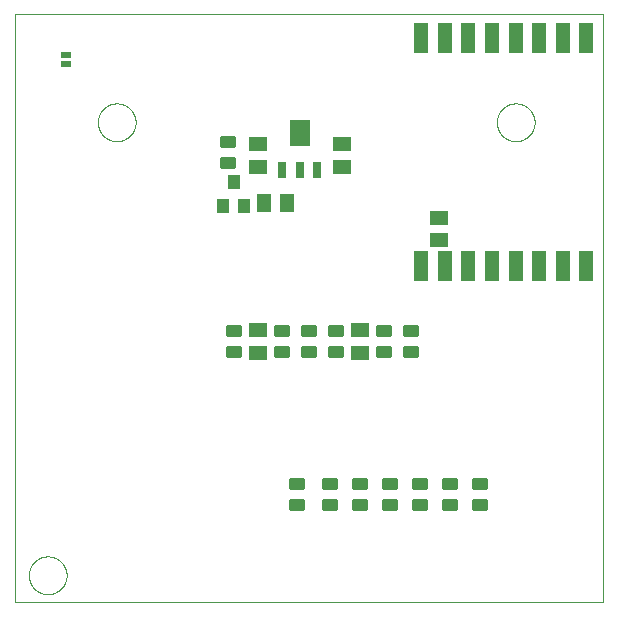
<source format=gtp>
G75*
%MOIN*%
%OFA0B0*%
%FSLAX25Y25*%
%IPPOS*%
%LPD*%
%AMOC8*
5,1,8,0,0,1.08239X$1,22.5*
%
%ADD10C,0.00000*%
%ADD11C,0.01000*%
%ADD12R,0.05906X0.05118*%
%ADD13R,0.05000X0.10000*%
%ADD14R,0.03500X0.02400*%
%ADD15R,0.03150X0.05512*%
%ADD16R,0.07087X0.08661*%
%ADD17R,0.04000X0.04500*%
%ADD18R,0.05118X0.05906*%
D10*
X0001500Y0003000D02*
X0197500Y0003000D01*
X0197500Y0199000D01*
X0001500Y0199000D01*
X0001500Y0003000D01*
X0006201Y0012000D02*
X0006203Y0012158D01*
X0006209Y0012316D01*
X0006219Y0012474D01*
X0006233Y0012632D01*
X0006251Y0012789D01*
X0006272Y0012946D01*
X0006298Y0013102D01*
X0006328Y0013258D01*
X0006361Y0013413D01*
X0006399Y0013566D01*
X0006440Y0013719D01*
X0006485Y0013871D01*
X0006534Y0014022D01*
X0006587Y0014171D01*
X0006643Y0014319D01*
X0006703Y0014465D01*
X0006767Y0014610D01*
X0006835Y0014753D01*
X0006906Y0014895D01*
X0006980Y0015035D01*
X0007058Y0015172D01*
X0007140Y0015308D01*
X0007224Y0015442D01*
X0007313Y0015573D01*
X0007404Y0015702D01*
X0007499Y0015829D01*
X0007596Y0015954D01*
X0007697Y0016076D01*
X0007801Y0016195D01*
X0007908Y0016312D01*
X0008018Y0016426D01*
X0008131Y0016537D01*
X0008246Y0016646D01*
X0008364Y0016751D01*
X0008485Y0016853D01*
X0008608Y0016953D01*
X0008734Y0017049D01*
X0008862Y0017142D01*
X0008992Y0017232D01*
X0009125Y0017318D01*
X0009260Y0017402D01*
X0009396Y0017481D01*
X0009535Y0017558D01*
X0009676Y0017630D01*
X0009818Y0017700D01*
X0009962Y0017765D01*
X0010108Y0017827D01*
X0010255Y0017885D01*
X0010404Y0017940D01*
X0010554Y0017991D01*
X0010705Y0018038D01*
X0010857Y0018081D01*
X0011010Y0018120D01*
X0011165Y0018156D01*
X0011320Y0018187D01*
X0011476Y0018215D01*
X0011632Y0018239D01*
X0011789Y0018259D01*
X0011947Y0018275D01*
X0012104Y0018287D01*
X0012263Y0018295D01*
X0012421Y0018299D01*
X0012579Y0018299D01*
X0012737Y0018295D01*
X0012896Y0018287D01*
X0013053Y0018275D01*
X0013211Y0018259D01*
X0013368Y0018239D01*
X0013524Y0018215D01*
X0013680Y0018187D01*
X0013835Y0018156D01*
X0013990Y0018120D01*
X0014143Y0018081D01*
X0014295Y0018038D01*
X0014446Y0017991D01*
X0014596Y0017940D01*
X0014745Y0017885D01*
X0014892Y0017827D01*
X0015038Y0017765D01*
X0015182Y0017700D01*
X0015324Y0017630D01*
X0015465Y0017558D01*
X0015604Y0017481D01*
X0015740Y0017402D01*
X0015875Y0017318D01*
X0016008Y0017232D01*
X0016138Y0017142D01*
X0016266Y0017049D01*
X0016392Y0016953D01*
X0016515Y0016853D01*
X0016636Y0016751D01*
X0016754Y0016646D01*
X0016869Y0016537D01*
X0016982Y0016426D01*
X0017092Y0016312D01*
X0017199Y0016195D01*
X0017303Y0016076D01*
X0017404Y0015954D01*
X0017501Y0015829D01*
X0017596Y0015702D01*
X0017687Y0015573D01*
X0017776Y0015442D01*
X0017860Y0015308D01*
X0017942Y0015172D01*
X0018020Y0015035D01*
X0018094Y0014895D01*
X0018165Y0014753D01*
X0018233Y0014610D01*
X0018297Y0014465D01*
X0018357Y0014319D01*
X0018413Y0014171D01*
X0018466Y0014022D01*
X0018515Y0013871D01*
X0018560Y0013719D01*
X0018601Y0013566D01*
X0018639Y0013413D01*
X0018672Y0013258D01*
X0018702Y0013102D01*
X0018728Y0012946D01*
X0018749Y0012789D01*
X0018767Y0012632D01*
X0018781Y0012474D01*
X0018791Y0012316D01*
X0018797Y0012158D01*
X0018799Y0012000D01*
X0018797Y0011842D01*
X0018791Y0011684D01*
X0018781Y0011526D01*
X0018767Y0011368D01*
X0018749Y0011211D01*
X0018728Y0011054D01*
X0018702Y0010898D01*
X0018672Y0010742D01*
X0018639Y0010587D01*
X0018601Y0010434D01*
X0018560Y0010281D01*
X0018515Y0010129D01*
X0018466Y0009978D01*
X0018413Y0009829D01*
X0018357Y0009681D01*
X0018297Y0009535D01*
X0018233Y0009390D01*
X0018165Y0009247D01*
X0018094Y0009105D01*
X0018020Y0008965D01*
X0017942Y0008828D01*
X0017860Y0008692D01*
X0017776Y0008558D01*
X0017687Y0008427D01*
X0017596Y0008298D01*
X0017501Y0008171D01*
X0017404Y0008046D01*
X0017303Y0007924D01*
X0017199Y0007805D01*
X0017092Y0007688D01*
X0016982Y0007574D01*
X0016869Y0007463D01*
X0016754Y0007354D01*
X0016636Y0007249D01*
X0016515Y0007147D01*
X0016392Y0007047D01*
X0016266Y0006951D01*
X0016138Y0006858D01*
X0016008Y0006768D01*
X0015875Y0006682D01*
X0015740Y0006598D01*
X0015604Y0006519D01*
X0015465Y0006442D01*
X0015324Y0006370D01*
X0015182Y0006300D01*
X0015038Y0006235D01*
X0014892Y0006173D01*
X0014745Y0006115D01*
X0014596Y0006060D01*
X0014446Y0006009D01*
X0014295Y0005962D01*
X0014143Y0005919D01*
X0013990Y0005880D01*
X0013835Y0005844D01*
X0013680Y0005813D01*
X0013524Y0005785D01*
X0013368Y0005761D01*
X0013211Y0005741D01*
X0013053Y0005725D01*
X0012896Y0005713D01*
X0012737Y0005705D01*
X0012579Y0005701D01*
X0012421Y0005701D01*
X0012263Y0005705D01*
X0012104Y0005713D01*
X0011947Y0005725D01*
X0011789Y0005741D01*
X0011632Y0005761D01*
X0011476Y0005785D01*
X0011320Y0005813D01*
X0011165Y0005844D01*
X0011010Y0005880D01*
X0010857Y0005919D01*
X0010705Y0005962D01*
X0010554Y0006009D01*
X0010404Y0006060D01*
X0010255Y0006115D01*
X0010108Y0006173D01*
X0009962Y0006235D01*
X0009818Y0006300D01*
X0009676Y0006370D01*
X0009535Y0006442D01*
X0009396Y0006519D01*
X0009260Y0006598D01*
X0009125Y0006682D01*
X0008992Y0006768D01*
X0008862Y0006858D01*
X0008734Y0006951D01*
X0008608Y0007047D01*
X0008485Y0007147D01*
X0008364Y0007249D01*
X0008246Y0007354D01*
X0008131Y0007463D01*
X0008018Y0007574D01*
X0007908Y0007688D01*
X0007801Y0007805D01*
X0007697Y0007924D01*
X0007596Y0008046D01*
X0007499Y0008171D01*
X0007404Y0008298D01*
X0007313Y0008427D01*
X0007224Y0008558D01*
X0007140Y0008692D01*
X0007058Y0008828D01*
X0006980Y0008965D01*
X0006906Y0009105D01*
X0006835Y0009247D01*
X0006767Y0009390D01*
X0006703Y0009535D01*
X0006643Y0009681D01*
X0006587Y0009829D01*
X0006534Y0009978D01*
X0006485Y0010129D01*
X0006440Y0010281D01*
X0006399Y0010434D01*
X0006361Y0010587D01*
X0006328Y0010742D01*
X0006298Y0010898D01*
X0006272Y0011054D01*
X0006251Y0011211D01*
X0006233Y0011368D01*
X0006219Y0011526D01*
X0006209Y0011684D01*
X0006203Y0011842D01*
X0006201Y0012000D01*
X0029201Y0163000D02*
X0029203Y0163158D01*
X0029209Y0163316D01*
X0029219Y0163474D01*
X0029233Y0163632D01*
X0029251Y0163789D01*
X0029272Y0163946D01*
X0029298Y0164102D01*
X0029328Y0164258D01*
X0029361Y0164413D01*
X0029399Y0164566D01*
X0029440Y0164719D01*
X0029485Y0164871D01*
X0029534Y0165022D01*
X0029587Y0165171D01*
X0029643Y0165319D01*
X0029703Y0165465D01*
X0029767Y0165610D01*
X0029835Y0165753D01*
X0029906Y0165895D01*
X0029980Y0166035D01*
X0030058Y0166172D01*
X0030140Y0166308D01*
X0030224Y0166442D01*
X0030313Y0166573D01*
X0030404Y0166702D01*
X0030499Y0166829D01*
X0030596Y0166954D01*
X0030697Y0167076D01*
X0030801Y0167195D01*
X0030908Y0167312D01*
X0031018Y0167426D01*
X0031131Y0167537D01*
X0031246Y0167646D01*
X0031364Y0167751D01*
X0031485Y0167853D01*
X0031608Y0167953D01*
X0031734Y0168049D01*
X0031862Y0168142D01*
X0031992Y0168232D01*
X0032125Y0168318D01*
X0032260Y0168402D01*
X0032396Y0168481D01*
X0032535Y0168558D01*
X0032676Y0168630D01*
X0032818Y0168700D01*
X0032962Y0168765D01*
X0033108Y0168827D01*
X0033255Y0168885D01*
X0033404Y0168940D01*
X0033554Y0168991D01*
X0033705Y0169038D01*
X0033857Y0169081D01*
X0034010Y0169120D01*
X0034165Y0169156D01*
X0034320Y0169187D01*
X0034476Y0169215D01*
X0034632Y0169239D01*
X0034789Y0169259D01*
X0034947Y0169275D01*
X0035104Y0169287D01*
X0035263Y0169295D01*
X0035421Y0169299D01*
X0035579Y0169299D01*
X0035737Y0169295D01*
X0035896Y0169287D01*
X0036053Y0169275D01*
X0036211Y0169259D01*
X0036368Y0169239D01*
X0036524Y0169215D01*
X0036680Y0169187D01*
X0036835Y0169156D01*
X0036990Y0169120D01*
X0037143Y0169081D01*
X0037295Y0169038D01*
X0037446Y0168991D01*
X0037596Y0168940D01*
X0037745Y0168885D01*
X0037892Y0168827D01*
X0038038Y0168765D01*
X0038182Y0168700D01*
X0038324Y0168630D01*
X0038465Y0168558D01*
X0038604Y0168481D01*
X0038740Y0168402D01*
X0038875Y0168318D01*
X0039008Y0168232D01*
X0039138Y0168142D01*
X0039266Y0168049D01*
X0039392Y0167953D01*
X0039515Y0167853D01*
X0039636Y0167751D01*
X0039754Y0167646D01*
X0039869Y0167537D01*
X0039982Y0167426D01*
X0040092Y0167312D01*
X0040199Y0167195D01*
X0040303Y0167076D01*
X0040404Y0166954D01*
X0040501Y0166829D01*
X0040596Y0166702D01*
X0040687Y0166573D01*
X0040776Y0166442D01*
X0040860Y0166308D01*
X0040942Y0166172D01*
X0041020Y0166035D01*
X0041094Y0165895D01*
X0041165Y0165753D01*
X0041233Y0165610D01*
X0041297Y0165465D01*
X0041357Y0165319D01*
X0041413Y0165171D01*
X0041466Y0165022D01*
X0041515Y0164871D01*
X0041560Y0164719D01*
X0041601Y0164566D01*
X0041639Y0164413D01*
X0041672Y0164258D01*
X0041702Y0164102D01*
X0041728Y0163946D01*
X0041749Y0163789D01*
X0041767Y0163632D01*
X0041781Y0163474D01*
X0041791Y0163316D01*
X0041797Y0163158D01*
X0041799Y0163000D01*
X0041797Y0162842D01*
X0041791Y0162684D01*
X0041781Y0162526D01*
X0041767Y0162368D01*
X0041749Y0162211D01*
X0041728Y0162054D01*
X0041702Y0161898D01*
X0041672Y0161742D01*
X0041639Y0161587D01*
X0041601Y0161434D01*
X0041560Y0161281D01*
X0041515Y0161129D01*
X0041466Y0160978D01*
X0041413Y0160829D01*
X0041357Y0160681D01*
X0041297Y0160535D01*
X0041233Y0160390D01*
X0041165Y0160247D01*
X0041094Y0160105D01*
X0041020Y0159965D01*
X0040942Y0159828D01*
X0040860Y0159692D01*
X0040776Y0159558D01*
X0040687Y0159427D01*
X0040596Y0159298D01*
X0040501Y0159171D01*
X0040404Y0159046D01*
X0040303Y0158924D01*
X0040199Y0158805D01*
X0040092Y0158688D01*
X0039982Y0158574D01*
X0039869Y0158463D01*
X0039754Y0158354D01*
X0039636Y0158249D01*
X0039515Y0158147D01*
X0039392Y0158047D01*
X0039266Y0157951D01*
X0039138Y0157858D01*
X0039008Y0157768D01*
X0038875Y0157682D01*
X0038740Y0157598D01*
X0038604Y0157519D01*
X0038465Y0157442D01*
X0038324Y0157370D01*
X0038182Y0157300D01*
X0038038Y0157235D01*
X0037892Y0157173D01*
X0037745Y0157115D01*
X0037596Y0157060D01*
X0037446Y0157009D01*
X0037295Y0156962D01*
X0037143Y0156919D01*
X0036990Y0156880D01*
X0036835Y0156844D01*
X0036680Y0156813D01*
X0036524Y0156785D01*
X0036368Y0156761D01*
X0036211Y0156741D01*
X0036053Y0156725D01*
X0035896Y0156713D01*
X0035737Y0156705D01*
X0035579Y0156701D01*
X0035421Y0156701D01*
X0035263Y0156705D01*
X0035104Y0156713D01*
X0034947Y0156725D01*
X0034789Y0156741D01*
X0034632Y0156761D01*
X0034476Y0156785D01*
X0034320Y0156813D01*
X0034165Y0156844D01*
X0034010Y0156880D01*
X0033857Y0156919D01*
X0033705Y0156962D01*
X0033554Y0157009D01*
X0033404Y0157060D01*
X0033255Y0157115D01*
X0033108Y0157173D01*
X0032962Y0157235D01*
X0032818Y0157300D01*
X0032676Y0157370D01*
X0032535Y0157442D01*
X0032396Y0157519D01*
X0032260Y0157598D01*
X0032125Y0157682D01*
X0031992Y0157768D01*
X0031862Y0157858D01*
X0031734Y0157951D01*
X0031608Y0158047D01*
X0031485Y0158147D01*
X0031364Y0158249D01*
X0031246Y0158354D01*
X0031131Y0158463D01*
X0031018Y0158574D01*
X0030908Y0158688D01*
X0030801Y0158805D01*
X0030697Y0158924D01*
X0030596Y0159046D01*
X0030499Y0159171D01*
X0030404Y0159298D01*
X0030313Y0159427D01*
X0030224Y0159558D01*
X0030140Y0159692D01*
X0030058Y0159828D01*
X0029980Y0159965D01*
X0029906Y0160105D01*
X0029835Y0160247D01*
X0029767Y0160390D01*
X0029703Y0160535D01*
X0029643Y0160681D01*
X0029587Y0160829D01*
X0029534Y0160978D01*
X0029485Y0161129D01*
X0029440Y0161281D01*
X0029399Y0161434D01*
X0029361Y0161587D01*
X0029328Y0161742D01*
X0029298Y0161898D01*
X0029272Y0162054D01*
X0029251Y0162211D01*
X0029233Y0162368D01*
X0029219Y0162526D01*
X0029209Y0162684D01*
X0029203Y0162842D01*
X0029201Y0163000D01*
X0162201Y0163000D02*
X0162203Y0163158D01*
X0162209Y0163316D01*
X0162219Y0163474D01*
X0162233Y0163632D01*
X0162251Y0163789D01*
X0162272Y0163946D01*
X0162298Y0164102D01*
X0162328Y0164258D01*
X0162361Y0164413D01*
X0162399Y0164566D01*
X0162440Y0164719D01*
X0162485Y0164871D01*
X0162534Y0165022D01*
X0162587Y0165171D01*
X0162643Y0165319D01*
X0162703Y0165465D01*
X0162767Y0165610D01*
X0162835Y0165753D01*
X0162906Y0165895D01*
X0162980Y0166035D01*
X0163058Y0166172D01*
X0163140Y0166308D01*
X0163224Y0166442D01*
X0163313Y0166573D01*
X0163404Y0166702D01*
X0163499Y0166829D01*
X0163596Y0166954D01*
X0163697Y0167076D01*
X0163801Y0167195D01*
X0163908Y0167312D01*
X0164018Y0167426D01*
X0164131Y0167537D01*
X0164246Y0167646D01*
X0164364Y0167751D01*
X0164485Y0167853D01*
X0164608Y0167953D01*
X0164734Y0168049D01*
X0164862Y0168142D01*
X0164992Y0168232D01*
X0165125Y0168318D01*
X0165260Y0168402D01*
X0165396Y0168481D01*
X0165535Y0168558D01*
X0165676Y0168630D01*
X0165818Y0168700D01*
X0165962Y0168765D01*
X0166108Y0168827D01*
X0166255Y0168885D01*
X0166404Y0168940D01*
X0166554Y0168991D01*
X0166705Y0169038D01*
X0166857Y0169081D01*
X0167010Y0169120D01*
X0167165Y0169156D01*
X0167320Y0169187D01*
X0167476Y0169215D01*
X0167632Y0169239D01*
X0167789Y0169259D01*
X0167947Y0169275D01*
X0168104Y0169287D01*
X0168263Y0169295D01*
X0168421Y0169299D01*
X0168579Y0169299D01*
X0168737Y0169295D01*
X0168896Y0169287D01*
X0169053Y0169275D01*
X0169211Y0169259D01*
X0169368Y0169239D01*
X0169524Y0169215D01*
X0169680Y0169187D01*
X0169835Y0169156D01*
X0169990Y0169120D01*
X0170143Y0169081D01*
X0170295Y0169038D01*
X0170446Y0168991D01*
X0170596Y0168940D01*
X0170745Y0168885D01*
X0170892Y0168827D01*
X0171038Y0168765D01*
X0171182Y0168700D01*
X0171324Y0168630D01*
X0171465Y0168558D01*
X0171604Y0168481D01*
X0171740Y0168402D01*
X0171875Y0168318D01*
X0172008Y0168232D01*
X0172138Y0168142D01*
X0172266Y0168049D01*
X0172392Y0167953D01*
X0172515Y0167853D01*
X0172636Y0167751D01*
X0172754Y0167646D01*
X0172869Y0167537D01*
X0172982Y0167426D01*
X0173092Y0167312D01*
X0173199Y0167195D01*
X0173303Y0167076D01*
X0173404Y0166954D01*
X0173501Y0166829D01*
X0173596Y0166702D01*
X0173687Y0166573D01*
X0173776Y0166442D01*
X0173860Y0166308D01*
X0173942Y0166172D01*
X0174020Y0166035D01*
X0174094Y0165895D01*
X0174165Y0165753D01*
X0174233Y0165610D01*
X0174297Y0165465D01*
X0174357Y0165319D01*
X0174413Y0165171D01*
X0174466Y0165022D01*
X0174515Y0164871D01*
X0174560Y0164719D01*
X0174601Y0164566D01*
X0174639Y0164413D01*
X0174672Y0164258D01*
X0174702Y0164102D01*
X0174728Y0163946D01*
X0174749Y0163789D01*
X0174767Y0163632D01*
X0174781Y0163474D01*
X0174791Y0163316D01*
X0174797Y0163158D01*
X0174799Y0163000D01*
X0174797Y0162842D01*
X0174791Y0162684D01*
X0174781Y0162526D01*
X0174767Y0162368D01*
X0174749Y0162211D01*
X0174728Y0162054D01*
X0174702Y0161898D01*
X0174672Y0161742D01*
X0174639Y0161587D01*
X0174601Y0161434D01*
X0174560Y0161281D01*
X0174515Y0161129D01*
X0174466Y0160978D01*
X0174413Y0160829D01*
X0174357Y0160681D01*
X0174297Y0160535D01*
X0174233Y0160390D01*
X0174165Y0160247D01*
X0174094Y0160105D01*
X0174020Y0159965D01*
X0173942Y0159828D01*
X0173860Y0159692D01*
X0173776Y0159558D01*
X0173687Y0159427D01*
X0173596Y0159298D01*
X0173501Y0159171D01*
X0173404Y0159046D01*
X0173303Y0158924D01*
X0173199Y0158805D01*
X0173092Y0158688D01*
X0172982Y0158574D01*
X0172869Y0158463D01*
X0172754Y0158354D01*
X0172636Y0158249D01*
X0172515Y0158147D01*
X0172392Y0158047D01*
X0172266Y0157951D01*
X0172138Y0157858D01*
X0172008Y0157768D01*
X0171875Y0157682D01*
X0171740Y0157598D01*
X0171604Y0157519D01*
X0171465Y0157442D01*
X0171324Y0157370D01*
X0171182Y0157300D01*
X0171038Y0157235D01*
X0170892Y0157173D01*
X0170745Y0157115D01*
X0170596Y0157060D01*
X0170446Y0157009D01*
X0170295Y0156962D01*
X0170143Y0156919D01*
X0169990Y0156880D01*
X0169835Y0156844D01*
X0169680Y0156813D01*
X0169524Y0156785D01*
X0169368Y0156761D01*
X0169211Y0156741D01*
X0169053Y0156725D01*
X0168896Y0156713D01*
X0168737Y0156705D01*
X0168579Y0156701D01*
X0168421Y0156701D01*
X0168263Y0156705D01*
X0168104Y0156713D01*
X0167947Y0156725D01*
X0167789Y0156741D01*
X0167632Y0156761D01*
X0167476Y0156785D01*
X0167320Y0156813D01*
X0167165Y0156844D01*
X0167010Y0156880D01*
X0166857Y0156919D01*
X0166705Y0156962D01*
X0166554Y0157009D01*
X0166404Y0157060D01*
X0166255Y0157115D01*
X0166108Y0157173D01*
X0165962Y0157235D01*
X0165818Y0157300D01*
X0165676Y0157370D01*
X0165535Y0157442D01*
X0165396Y0157519D01*
X0165260Y0157598D01*
X0165125Y0157682D01*
X0164992Y0157768D01*
X0164862Y0157858D01*
X0164734Y0157951D01*
X0164608Y0158047D01*
X0164485Y0158147D01*
X0164364Y0158249D01*
X0164246Y0158354D01*
X0164131Y0158463D01*
X0164018Y0158574D01*
X0163908Y0158688D01*
X0163801Y0158805D01*
X0163697Y0158924D01*
X0163596Y0159046D01*
X0163499Y0159171D01*
X0163404Y0159298D01*
X0163313Y0159427D01*
X0163224Y0159558D01*
X0163140Y0159692D01*
X0163058Y0159828D01*
X0162980Y0159965D01*
X0162906Y0160105D01*
X0162835Y0160247D01*
X0162767Y0160390D01*
X0162703Y0160535D01*
X0162643Y0160681D01*
X0162587Y0160829D01*
X0162534Y0160978D01*
X0162485Y0161129D01*
X0162440Y0161281D01*
X0162399Y0161434D01*
X0162361Y0161587D01*
X0162328Y0161742D01*
X0162298Y0161898D01*
X0162272Y0162054D01*
X0162251Y0162211D01*
X0162233Y0162368D01*
X0162219Y0162526D01*
X0162209Y0162684D01*
X0162203Y0162842D01*
X0162201Y0163000D01*
D11*
X0131250Y0095000D02*
X0131250Y0092000D01*
X0131250Y0095000D02*
X0135750Y0095000D01*
X0135750Y0092000D01*
X0131250Y0092000D01*
X0131250Y0092999D02*
X0135750Y0092999D01*
X0135750Y0093998D02*
X0131250Y0093998D01*
X0131250Y0094997D02*
X0135750Y0094997D01*
X0131250Y0088000D02*
X0131250Y0085000D01*
X0131250Y0088000D02*
X0135750Y0088000D01*
X0135750Y0085000D01*
X0131250Y0085000D01*
X0131250Y0085999D02*
X0135750Y0085999D01*
X0135750Y0086998D02*
X0131250Y0086998D01*
X0131250Y0087997D02*
X0135750Y0087997D01*
X0126750Y0088000D02*
X0126750Y0085000D01*
X0122250Y0085000D01*
X0122250Y0088000D01*
X0126750Y0088000D01*
X0126750Y0085999D02*
X0122250Y0085999D01*
X0122250Y0086998D02*
X0126750Y0086998D01*
X0126750Y0087997D02*
X0122250Y0087997D01*
X0126750Y0092000D02*
X0126750Y0095000D01*
X0126750Y0092000D02*
X0122250Y0092000D01*
X0122250Y0095000D01*
X0126750Y0095000D01*
X0126750Y0092999D02*
X0122250Y0092999D01*
X0122250Y0093998D02*
X0126750Y0093998D01*
X0126750Y0094997D02*
X0122250Y0094997D01*
X0106250Y0095000D02*
X0106250Y0092000D01*
X0106250Y0095000D02*
X0110750Y0095000D01*
X0110750Y0092000D01*
X0106250Y0092000D01*
X0106250Y0092999D02*
X0110750Y0092999D01*
X0110750Y0093998D02*
X0106250Y0093998D01*
X0106250Y0094997D02*
X0110750Y0094997D01*
X0106250Y0088000D02*
X0106250Y0085000D01*
X0106250Y0088000D02*
X0110750Y0088000D01*
X0110750Y0085000D01*
X0106250Y0085000D01*
X0106250Y0085999D02*
X0110750Y0085999D01*
X0110750Y0086998D02*
X0106250Y0086998D01*
X0106250Y0087997D02*
X0110750Y0087997D01*
X0097250Y0088000D02*
X0097250Y0085000D01*
X0097250Y0088000D02*
X0101750Y0088000D01*
X0101750Y0085000D01*
X0097250Y0085000D01*
X0097250Y0085999D02*
X0101750Y0085999D01*
X0101750Y0086998D02*
X0097250Y0086998D01*
X0097250Y0087997D02*
X0101750Y0087997D01*
X0097250Y0092000D02*
X0097250Y0095000D01*
X0101750Y0095000D01*
X0101750Y0092000D01*
X0097250Y0092000D01*
X0097250Y0092999D02*
X0101750Y0092999D01*
X0101750Y0093998D02*
X0097250Y0093998D01*
X0097250Y0094997D02*
X0101750Y0094997D01*
X0092750Y0095000D02*
X0092750Y0092000D01*
X0088250Y0092000D01*
X0088250Y0095000D01*
X0092750Y0095000D01*
X0092750Y0092999D02*
X0088250Y0092999D01*
X0088250Y0093998D02*
X0092750Y0093998D01*
X0092750Y0094997D02*
X0088250Y0094997D01*
X0092750Y0088000D02*
X0092750Y0085000D01*
X0088250Y0085000D01*
X0088250Y0088000D01*
X0092750Y0088000D01*
X0092750Y0085999D02*
X0088250Y0085999D01*
X0088250Y0086998D02*
X0092750Y0086998D01*
X0092750Y0087997D02*
X0088250Y0087997D01*
X0072250Y0088000D02*
X0072250Y0085000D01*
X0072250Y0088000D02*
X0076750Y0088000D01*
X0076750Y0085000D01*
X0072250Y0085000D01*
X0072250Y0085999D02*
X0076750Y0085999D01*
X0076750Y0086998D02*
X0072250Y0086998D01*
X0072250Y0087997D02*
X0076750Y0087997D01*
X0072250Y0092000D02*
X0072250Y0095000D01*
X0076750Y0095000D01*
X0076750Y0092000D01*
X0072250Y0092000D01*
X0072250Y0092999D02*
X0076750Y0092999D01*
X0076750Y0093998D02*
X0072250Y0093998D01*
X0072250Y0094997D02*
X0076750Y0094997D01*
X0097750Y0044000D02*
X0097750Y0041000D01*
X0093250Y0041000D01*
X0093250Y0044000D01*
X0097750Y0044000D01*
X0097750Y0041999D02*
X0093250Y0041999D01*
X0093250Y0042998D02*
X0097750Y0042998D01*
X0097750Y0043997D02*
X0093250Y0043997D01*
X0097750Y0037000D02*
X0097750Y0034000D01*
X0093250Y0034000D01*
X0093250Y0037000D01*
X0097750Y0037000D01*
X0097750Y0034999D02*
X0093250Y0034999D01*
X0093250Y0035998D02*
X0097750Y0035998D01*
X0097750Y0036997D02*
X0093250Y0036997D01*
X0108750Y0037000D02*
X0108750Y0034000D01*
X0104250Y0034000D01*
X0104250Y0037000D01*
X0108750Y0037000D01*
X0108750Y0034999D02*
X0104250Y0034999D01*
X0104250Y0035998D02*
X0108750Y0035998D01*
X0108750Y0036997D02*
X0104250Y0036997D01*
X0108750Y0041000D02*
X0108750Y0044000D01*
X0108750Y0041000D02*
X0104250Y0041000D01*
X0104250Y0044000D01*
X0108750Y0044000D01*
X0108750Y0041999D02*
X0104250Y0041999D01*
X0104250Y0042998D02*
X0108750Y0042998D01*
X0108750Y0043997D02*
X0104250Y0043997D01*
X0118750Y0044000D02*
X0118750Y0041000D01*
X0114250Y0041000D01*
X0114250Y0044000D01*
X0118750Y0044000D01*
X0118750Y0041999D02*
X0114250Y0041999D01*
X0114250Y0042998D02*
X0118750Y0042998D01*
X0118750Y0043997D02*
X0114250Y0043997D01*
X0118750Y0037000D02*
X0118750Y0034000D01*
X0114250Y0034000D01*
X0114250Y0037000D01*
X0118750Y0037000D01*
X0118750Y0034999D02*
X0114250Y0034999D01*
X0114250Y0035998D02*
X0118750Y0035998D01*
X0118750Y0036997D02*
X0114250Y0036997D01*
X0128750Y0037000D02*
X0128750Y0034000D01*
X0124250Y0034000D01*
X0124250Y0037000D01*
X0128750Y0037000D01*
X0128750Y0034999D02*
X0124250Y0034999D01*
X0124250Y0035998D02*
X0128750Y0035998D01*
X0128750Y0036997D02*
X0124250Y0036997D01*
X0128750Y0041000D02*
X0128750Y0044000D01*
X0128750Y0041000D02*
X0124250Y0041000D01*
X0124250Y0044000D01*
X0128750Y0044000D01*
X0128750Y0041999D02*
X0124250Y0041999D01*
X0124250Y0042998D02*
X0128750Y0042998D01*
X0128750Y0043997D02*
X0124250Y0043997D01*
X0138750Y0044000D02*
X0138750Y0041000D01*
X0134250Y0041000D01*
X0134250Y0044000D01*
X0138750Y0044000D01*
X0138750Y0041999D02*
X0134250Y0041999D01*
X0134250Y0042998D02*
X0138750Y0042998D01*
X0138750Y0043997D02*
X0134250Y0043997D01*
X0138750Y0037000D02*
X0138750Y0034000D01*
X0134250Y0034000D01*
X0134250Y0037000D01*
X0138750Y0037000D01*
X0138750Y0034999D02*
X0134250Y0034999D01*
X0134250Y0035998D02*
X0138750Y0035998D01*
X0138750Y0036997D02*
X0134250Y0036997D01*
X0148750Y0037000D02*
X0148750Y0034000D01*
X0144250Y0034000D01*
X0144250Y0037000D01*
X0148750Y0037000D01*
X0148750Y0034999D02*
X0144250Y0034999D01*
X0144250Y0035998D02*
X0148750Y0035998D01*
X0148750Y0036997D02*
X0144250Y0036997D01*
X0148750Y0041000D02*
X0148750Y0044000D01*
X0148750Y0041000D02*
X0144250Y0041000D01*
X0144250Y0044000D01*
X0148750Y0044000D01*
X0148750Y0041999D02*
X0144250Y0041999D01*
X0144250Y0042998D02*
X0148750Y0042998D01*
X0148750Y0043997D02*
X0144250Y0043997D01*
X0158750Y0044000D02*
X0158750Y0041000D01*
X0154250Y0041000D01*
X0154250Y0044000D01*
X0158750Y0044000D01*
X0158750Y0041999D02*
X0154250Y0041999D01*
X0154250Y0042998D02*
X0158750Y0042998D01*
X0158750Y0043997D02*
X0154250Y0043997D01*
X0158750Y0037000D02*
X0158750Y0034000D01*
X0154250Y0034000D01*
X0154250Y0037000D01*
X0158750Y0037000D01*
X0158750Y0034999D02*
X0154250Y0034999D01*
X0154250Y0035998D02*
X0158750Y0035998D01*
X0158750Y0036997D02*
X0154250Y0036997D01*
X0070250Y0148000D02*
X0070250Y0151000D01*
X0074750Y0151000D01*
X0074750Y0148000D01*
X0070250Y0148000D01*
X0070250Y0148999D02*
X0074750Y0148999D01*
X0074750Y0149998D02*
X0070250Y0149998D01*
X0070250Y0150997D02*
X0074750Y0150997D01*
X0070250Y0155000D02*
X0070250Y0158000D01*
X0074750Y0158000D01*
X0074750Y0155000D01*
X0070250Y0155000D01*
X0070250Y0155999D02*
X0074750Y0155999D01*
X0074750Y0156998D02*
X0070250Y0156998D01*
X0070250Y0157997D02*
X0074750Y0157997D01*
D12*
X0082500Y0155740D03*
X0082500Y0148260D03*
X0110500Y0148260D03*
X0110500Y0155740D03*
X0143000Y0131240D03*
X0143000Y0123760D03*
X0116500Y0093740D03*
X0116500Y0086260D03*
X0082500Y0086260D03*
X0082500Y0093740D03*
D13*
X0136941Y0115000D03*
X0144815Y0115000D03*
X0152689Y0115000D03*
X0160563Y0115000D03*
X0168437Y0115000D03*
X0176311Y0115000D03*
X0184185Y0115000D03*
X0192059Y0115000D03*
X0192059Y0191000D03*
X0184185Y0191000D03*
X0176311Y0191000D03*
X0168437Y0191000D03*
X0160563Y0191000D03*
X0152689Y0191000D03*
X0144815Y0191000D03*
X0136941Y0191000D03*
D14*
X0018500Y0185500D03*
X0018500Y0182500D03*
D15*
X0090594Y0147205D03*
X0096500Y0147205D03*
X0102406Y0147205D03*
D16*
X0096500Y0159331D03*
D17*
X0074500Y0143000D03*
X0071000Y0135000D03*
X0078000Y0135000D03*
D18*
X0084760Y0136000D03*
X0092240Y0136000D03*
M02*

</source>
